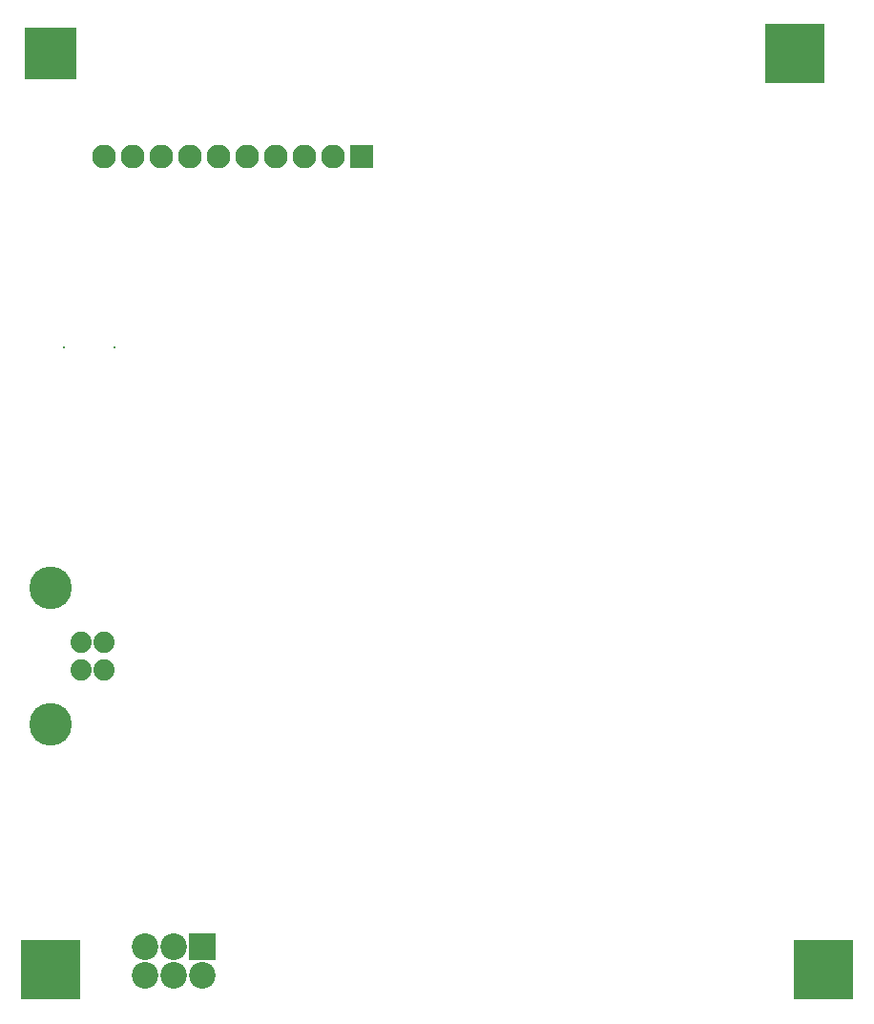
<source format=gbs>
%FSDAX24Y24*%
%MOIN*%
%SFA1B1*%

%IPPOS*%
%ADD75C,0.074200*%
%ADD76C,0.149000*%
%ADD77R,0.008000X0.008000*%
%ADD78C,0.093000*%
%ADD79R,0.093000X0.093000*%
%ADD80R,0.183000X0.183000*%
%ADD81R,0.208000X0.208000*%
%ADD82C,0.083000*%
%ADD83R,0.083000X0.083000*%
%LNmotherboard-1*%
%LPD*%
G54D75*
X012567Y021969D03*
Y022953D03*
X013354D03*
Y021969D03*
G54D76*
X011500Y024831D03*
Y020091D03*
G54D77*
X011968Y033228D03*
X013740D03*
G54D78*
X014800Y011300D03*
Y012300D03*
X015800Y011300D03*
Y012300D03*
X016800Y011300D03*
G54D79*
X016800Y012300D03*
G54D80*
X011500Y043500D03*
G54D81*
X037500Y043500D03*
X038500Y011500D03*
X011500D03*
G54D82*
X013350Y039900D03*
X014350D03*
X015350D03*
X016350D03*
X017350D03*
X018350D03*
X019350D03*
X020350D03*
X021350D03*
G54D83*
X022350Y039900D03*
M02*
</source>
